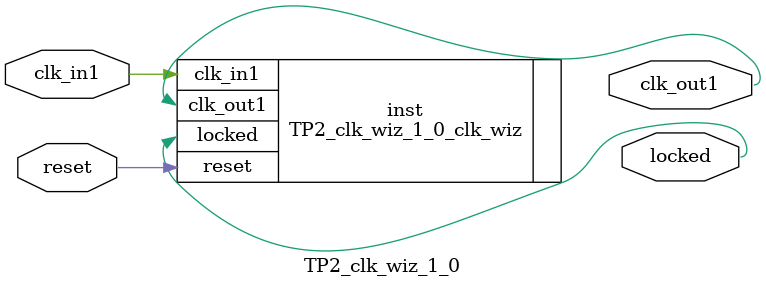
<source format=v>


`timescale 1ps/1ps

(* CORE_GENERATION_INFO = "TP2_clk_wiz_1_0,clk_wiz_v6_0_6_0_0,{component_name=TP2_clk_wiz_1_0,use_phase_alignment=true,use_min_o_jitter=false,use_max_i_jitter=false,use_dyn_phase_shift=false,use_inclk_switchover=false,use_dyn_reconfig=false,enable_axi=0,feedback_source=FDBK_AUTO,PRIMITIVE=MMCM,num_out_clk=1,clkin1_period=10.000,clkin2_period=10.000,use_power_down=false,use_reset=true,use_locked=true,use_inclk_stopped=false,feedback_type=SINGLE,CLOCK_MGR_TYPE=NA,manual_override=false}" *)

module TP2_clk_wiz_1_0 
 (
  // Clock out ports
  output        clk_out1,
  // Status and control signals
  input         reset,
  output        locked,
 // Clock in ports
  input         clk_in1
 );

  TP2_clk_wiz_1_0_clk_wiz inst
  (
  // Clock out ports  
  .clk_out1(clk_out1),
  // Status and control signals               
  .reset(reset), 
  .locked(locked),
 // Clock in ports
  .clk_in1(clk_in1)
  );

endmodule

</source>
